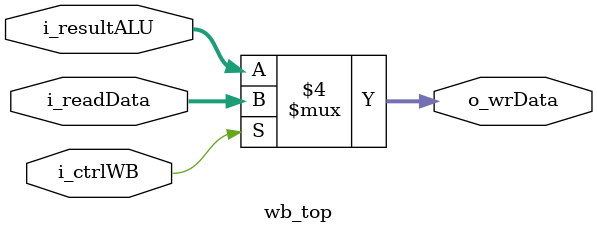
<source format=sv>
module wb_top (
    i_ctrlWB, i_readData, i_resultALU,
    o_wrData
);
    // I/O
    input logic i_ctrlWB;
    input logic [31:0] i_readData;
    input logic [31:0] i_resultALU;
    output logic [31:0] o_wrData;

    // Data Path staging is in ID_REG write back on en_WB signal

    // Combinational Logic
    always_comb begin
        // Write Back Data Select
        if(i_ctrlWB == 0) begin
            o_wrData = i_resultALU;
        end else begin
            o_wrData = i_readData;
        end
    end

endmodule : wb_top

</source>
